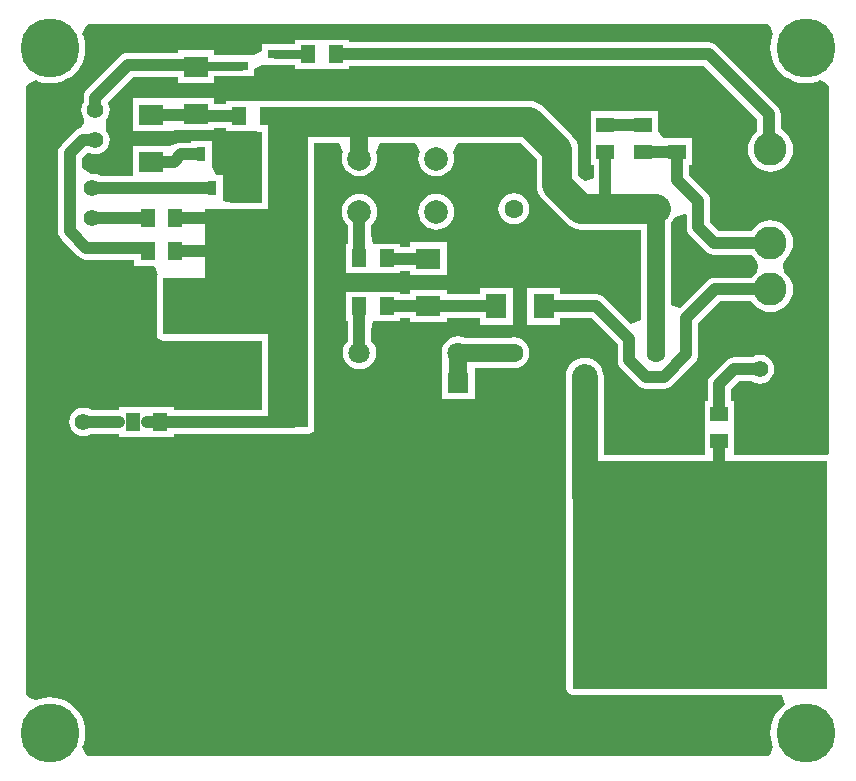
<source format=gbl>
G04 Layer_Physical_Order=2*
G04 Layer_Color=16711680*
%FSLAX25Y25*%
%MOIN*%
G70*
G01*
G75*
%ADD10R,0.08268X0.06890*%
%ADD11R,0.05118X0.05905*%
%ADD12R,0.06890X0.08268*%
%ADD13R,0.04724X0.03150*%
%ADD14R,0.03150X0.04724*%
%ADD15R,0.05905X0.05118*%
%ADD16C,0.03937*%
%ADD17C,0.03150*%
%ADD18C,0.09842*%
%ADD19C,0.05905*%
%ADD20C,0.08661*%
%ADD21R,0.13500X1.07000*%
%ADD22R,0.22000X0.26500*%
%ADD23R,0.42500X0.19000*%
%ADD24R,0.85000X0.76000*%
%ADD25C,0.05512*%
%ADD26C,0.11024*%
%ADD27C,0.06299*%
%ADD28R,0.07087X0.07087*%
%ADD29C,0.07087*%
%ADD30C,0.09842*%
%ADD31C,0.07874*%
G04:AMPARAMS|DCode=32|XSize=157.48mil|YSize=78.74mil|CornerRadius=19.68mil|HoleSize=0mil|Usage=FLASHONLY|Rotation=90.000|XOffset=0mil|YOffset=0mil|HoleType=Round|Shape=RoundedRectangle|*
%AMROUNDEDRECTD32*
21,1,0.15748,0.03937,0,0,90.0*
21,1,0.11811,0.07874,0,0,90.0*
1,1,0.03937,0.01968,0.05905*
1,1,0.03937,0.01968,-0.05905*
1,1,0.03937,-0.01968,-0.05905*
1,1,0.03937,-0.01968,0.05905*
%
%ADD32ROUNDEDRECTD32*%
G04:AMPARAMS|DCode=33|XSize=157.48mil|YSize=78.74mil|CornerRadius=19.68mil|HoleSize=0mil|Usage=FLASHONLY|Rotation=180.000|XOffset=0mil|YOffset=0mil|HoleType=Round|Shape=RoundedRectangle|*
%AMROUNDEDRECTD33*
21,1,0.15748,0.03937,0,0,180.0*
21,1,0.11811,0.07874,0,0,180.0*
1,1,0.03937,-0.05905,0.01968*
1,1,0.03937,0.05905,0.01968*
1,1,0.03937,0.05905,-0.01968*
1,1,0.03937,-0.05905,-0.01968*
%
%ADD33ROUNDEDRECTD33*%
%ADD34C,0.19685*%
G36*
X252135Y246791D02*
X252952Y244882D01*
X252512Y243819D01*
X252078Y242011D01*
X251932Y240158D01*
X252078Y238304D01*
X252512Y236496D01*
X253223Y234779D01*
X254195Y233194D01*
X255402Y231780D01*
X256816Y230573D01*
X258401Y229601D01*
X260118Y228890D01*
X261926Y228456D01*
X263779Y228310D01*
X265633Y228456D01*
X267441Y228890D01*
X268504Y229330D01*
X270413Y228513D01*
X271654Y227436D01*
Y105043D01*
X271000Y104507D01*
X239921D01*
Y110350D01*
X239921Y113500D01*
X239921Y116650D01*
Y122555D01*
X238971D01*
Y126355D01*
X241645Y129029D01*
X245914D01*
X246117Y128873D01*
X247267Y128397D01*
X248500Y128235D01*
X249733Y128397D01*
X250883Y128873D01*
X251870Y129630D01*
X252627Y130617D01*
X253103Y131767D01*
X253265Y133000D01*
X253103Y134233D01*
X252627Y135383D01*
X251870Y136370D01*
X250883Y137127D01*
X249733Y137603D01*
X248500Y137765D01*
X247267Y137603D01*
X246117Y137127D01*
X245914Y136971D01*
X240000D01*
X238972Y136836D01*
X238015Y136439D01*
X237192Y135808D01*
X232192Y130808D01*
X231561Y129985D01*
X231164Y129028D01*
X231029Y128000D01*
Y122555D01*
X230079D01*
Y116650D01*
X230079Y113500D01*
X230079Y110350D01*
Y104507D01*
X196452D01*
Y130500D01*
X196330Y131735D01*
X195970Y132922D01*
X195385Y134017D01*
X194598Y134976D01*
X193639Y135763D01*
X192544Y136348D01*
X191357Y136708D01*
X190122Y136830D01*
X188887Y136708D01*
X187700Y136348D01*
X186606Y135763D01*
X185646Y134976D01*
X184859Y134017D01*
X184274Y132922D01*
X183914Y131735D01*
X183792Y130500D01*
Y90622D01*
X183914Y89387D01*
X183993Y89127D01*
Y26500D01*
X184146Y25732D01*
X184581Y25081D01*
X185232Y24646D01*
X186000Y24493D01*
X255842D01*
X256766Y21554D01*
X256754Y21343D01*
X255402Y20188D01*
X254195Y18775D01*
X253223Y17190D01*
X252512Y15472D01*
X252078Y13664D01*
X251932Y11811D01*
X252078Y9958D01*
X252512Y8150D01*
X252952Y7087D01*
X252135Y5178D01*
X251059Y3937D01*
X24532D01*
X23456Y5178D01*
X22638Y7087D01*
X23079Y8150D01*
X23513Y9958D01*
X23659Y11811D01*
X23513Y13664D01*
X23079Y15472D01*
X22367Y17190D01*
X21396Y18775D01*
X20188Y20188D01*
X18775Y21396D01*
X17190Y22367D01*
X15472Y23079D01*
X13664Y23513D01*
X11811Y23659D01*
X9958Y23513D01*
X8150Y23079D01*
X7087Y22638D01*
X5178Y23456D01*
X3937Y24532D01*
Y227436D01*
X5178Y228513D01*
X7087Y229330D01*
X8150Y228890D01*
X9958Y228456D01*
X11811Y228310D01*
X13664Y228456D01*
X15472Y228890D01*
X17190Y229601D01*
X18775Y230573D01*
X20188Y231780D01*
X21396Y233194D01*
X22367Y234779D01*
X23079Y236496D01*
X23513Y238304D01*
X23659Y240158D01*
X23513Y242011D01*
X23079Y243819D01*
X22638Y244882D01*
X23456Y246791D01*
X24532Y248031D01*
X251059D01*
X252135Y246791D01*
D02*
G37*
%LPC*%
G36*
X115000Y191434D02*
X113842Y191320D01*
X112729Y190982D01*
X111703Y190434D01*
X110804Y189696D01*
X110066Y188797D01*
X109518Y187771D01*
X109180Y186658D01*
X109066Y185500D01*
X109180Y184342D01*
X109518Y183229D01*
X110066Y182203D01*
X110804Y181304D01*
X111029Y181119D01*
Y174921D01*
X110445D01*
Y165079D01*
X116350D01*
X119500Y165079D01*
X122650Y165079D01*
X128555D01*
Y165903D01*
X131898D01*
Y164461D01*
X144102D01*
Y175287D01*
X131898D01*
Y173845D01*
X128555D01*
Y174921D01*
X122650D01*
X119500Y174921D01*
X118971Y177852D01*
Y181119D01*
X119196Y181304D01*
X119934Y182203D01*
X120482Y183229D01*
X120820Y184342D01*
X120934Y185500D01*
X120820Y186658D01*
X120482Y187771D01*
X119934Y188797D01*
X119196Y189696D01*
X118297Y190434D01*
X117271Y190982D01*
X116158Y191320D01*
X115000Y191434D01*
D02*
G37*
G36*
X166039Y160102D02*
X155213D01*
Y157971D01*
X144102D01*
Y159539D01*
X131898D01*
Y157971D01*
X128555D01*
Y158921D01*
X122650D01*
X119500Y158921D01*
X116350Y158921D01*
X110445D01*
Y149079D01*
X111029D01*
Y142379D01*
X110185Y141280D01*
X109630Y139939D01*
X109441Y138500D01*
X109630Y137061D01*
X110185Y135720D01*
X111069Y134569D01*
X112220Y133685D01*
X113561Y133130D01*
X115000Y132941D01*
X116439Y133130D01*
X117780Y133685D01*
X118931Y134569D01*
X119815Y135720D01*
X120370Y137061D01*
X120559Y138500D01*
X120370Y139939D01*
X119815Y141280D01*
X118971Y142379D01*
Y146148D01*
X119500Y149079D01*
X122650Y149079D01*
X128555D01*
Y150029D01*
X131898D01*
Y148713D01*
X144102D01*
Y150029D01*
X155213D01*
Y147898D01*
X166039D01*
Y160102D01*
D02*
G37*
G36*
X148000Y144059D02*
X146561Y143870D01*
X145220Y143315D01*
X144069Y142431D01*
X143185Y141280D01*
X142630Y139939D01*
X142441Y138500D01*
X142617Y137161D01*
X142626Y136972D01*
X142488Y134012D01*
X142488D01*
Y122988D01*
X153512D01*
Y133505D01*
X165109D01*
X165164Y133482D01*
X166500Y133306D01*
X167836Y133482D01*
X169081Y133998D01*
X170150Y134818D01*
X170971Y135887D01*
X171486Y137132D01*
X171662Y138469D01*
X171486Y139805D01*
X170971Y141050D01*
X170150Y142119D01*
X169081Y142939D01*
X167836Y143455D01*
X166500Y143631D01*
X165164Y143455D01*
X165109Y143432D01*
X150496D01*
X149439Y143870D01*
X148000Y144059D01*
D02*
G37*
G36*
X102500Y242921D02*
X99350Y242921D01*
X93445D01*
Y241511D01*
X86890D01*
X86658Y241480D01*
X82559D01*
Y239166D01*
X80000Y237740D01*
X79409Y237740D01*
X75902D01*
X75669Y237771D01*
X66602D01*
Y239287D01*
X54398D01*
Y238471D01*
X38000D01*
X36972Y238336D01*
X36015Y237939D01*
X35192Y237308D01*
X24192Y226308D01*
X23561Y225485D01*
X23164Y224528D01*
X23029Y223500D01*
Y222086D01*
X22873Y221883D01*
X22397Y220733D01*
X22235Y219500D01*
X22397Y218267D01*
X22873Y217117D01*
X23255Y216621D01*
X23158Y215422D01*
X23057Y215102D01*
X22081Y213350D01*
X21972Y213336D01*
X21014Y212939D01*
X20192Y212308D01*
X15692Y207808D01*
X15061Y206985D01*
X14664Y206028D01*
X14529Y205000D01*
Y179000D01*
X14664Y177972D01*
X15061Y177015D01*
X15692Y176192D01*
X21192Y170692D01*
X22015Y170061D01*
X22972Y169664D01*
X24000Y169529D01*
X39945D01*
Y167579D01*
X46392D01*
X47198Y166309D01*
X47753Y164429D01*
X47646Y164268D01*
X47493Y163500D01*
Y144500D01*
X47646Y143732D01*
X48081Y143081D01*
X48732Y142646D01*
X49500Y142493D01*
X82493D01*
Y119471D01*
X53055D01*
Y120421D01*
X47150D01*
X44000Y120421D01*
Y120421D01*
X44000D01*
Y120421D01*
X34945D01*
Y119471D01*
X25586D01*
X25383Y119627D01*
X24233Y120103D01*
X23000Y120265D01*
X21767Y120103D01*
X20617Y119627D01*
X19631Y118869D01*
X18873Y117883D01*
X18397Y116733D01*
X18235Y115500D01*
X18397Y114267D01*
X18873Y113117D01*
X19631Y112130D01*
X20617Y111373D01*
X21767Y110897D01*
X23000Y110735D01*
X24233Y110897D01*
X25383Y111373D01*
X25586Y111529D01*
X34945D01*
Y110579D01*
X40850D01*
X44000Y110579D01*
Y110579D01*
X44000D01*
Y110579D01*
X53055D01*
Y111529D01*
X84319D01*
X84500Y111493D01*
X98000D01*
X98768Y111646D01*
X99416Y112079D01*
X100000D01*
Y113464D01*
X100007Y113500D01*
Y208577D01*
X108032D01*
X109518Y205487D01*
X109180Y204374D01*
X109066Y203217D01*
X109180Y202059D01*
X109518Y200946D01*
X110066Y199920D01*
X110804Y199021D01*
X111703Y198283D01*
X112729Y197734D01*
X113842Y197397D01*
X115000Y197283D01*
X116158Y197397D01*
X117271Y197734D01*
X118297Y198283D01*
X119196Y199021D01*
X119934Y199920D01*
X120482Y200946D01*
X120820Y202059D01*
X120934Y203217D01*
X120820Y204374D01*
X120482Y205487D01*
X121968Y208577D01*
X133276D01*
X133815Y208110D01*
X135108Y205487D01*
X134771Y204374D01*
X134657Y203217D01*
X134771Y202059D01*
X135108Y200946D01*
X135656Y199920D01*
X136395Y199021D01*
X137294Y198283D01*
X138320Y197734D01*
X139433Y197397D01*
X140591Y197283D01*
X141748Y197397D01*
X142861Y197734D01*
X143887Y198283D01*
X144787Y199021D01*
X145525Y199920D01*
X146073Y200946D01*
X146411Y202059D01*
X146525Y203217D01*
X146411Y204374D01*
X146073Y205487D01*
X147366Y208110D01*
X147906Y208577D01*
X168632D01*
X174077Y203132D01*
Y194500D01*
X174210Y193149D01*
X174604Y191851D01*
X175244Y190654D01*
X176105Y189605D01*
X184105Y181605D01*
X185154Y180744D01*
X186351Y180104D01*
X187649Y179710D01*
X189000Y179577D01*
X208780D01*
Y149290D01*
X205631Y147985D01*
X196808Y156808D01*
X195985Y157439D01*
X195028Y157836D01*
X194000Y157971D01*
X181787D01*
Y160102D01*
X170961D01*
Y147898D01*
X181787D01*
Y150029D01*
X192355D01*
X201029Y141355D01*
Y136000D01*
X201164Y134972D01*
X201561Y134014D01*
X202192Y133192D01*
X207692Y127692D01*
X208514Y127061D01*
X209472Y126664D01*
X210500Y126529D01*
X216500D01*
X217528Y126664D01*
X218485Y127061D01*
X219308Y127692D01*
X226808Y135192D01*
X227439Y136014D01*
X227836Y136972D01*
X227971Y138000D01*
Y148355D01*
X235259Y155643D01*
X245641D01*
X245750Y155438D01*
X246685Y154299D01*
X247824Y153364D01*
X249124Y152670D01*
X250534Y152242D01*
X252000Y152098D01*
X253466Y152242D01*
X254876Y152670D01*
X256176Y153364D01*
X257315Y154299D01*
X258250Y155438D01*
X258944Y156738D01*
X259372Y158148D01*
X259517Y159614D01*
X259372Y161081D01*
X258944Y162491D01*
X258250Y163790D01*
X257315Y164929D01*
X256530Y165573D01*
X256303Y167409D01*
X256530Y169246D01*
X257315Y169890D01*
X258250Y171029D01*
X258944Y172328D01*
X259372Y173738D01*
X259517Y175205D01*
X259372Y176671D01*
X258944Y178081D01*
X258250Y179381D01*
X257315Y180520D01*
X256176Y181455D01*
X254876Y182149D01*
X253466Y182577D01*
X252000Y182721D01*
X250534Y182577D01*
X249124Y182149D01*
X247824Y181455D01*
X246685Y180520D01*
X245750Y179381D01*
X245641Y179176D01*
X234940D01*
X231971Y182145D01*
Y189000D01*
X231836Y190028D01*
X231439Y190986D01*
X230808Y191808D01*
X224971Y197645D01*
Y200945D01*
X225921D01*
Y210000D01*
X217571D01*
X216079Y210000D01*
X214421Y212463D01*
X214421Y213150D01*
Y219055D01*
X204579D01*
Y219055D01*
X201921D01*
Y219055D01*
X192079D01*
Y213150D01*
X192079Y210000D01*
X192079Y206850D01*
Y200945D01*
X193029D01*
Y196750D01*
X190340Y195604D01*
X187923Y197570D01*
Y206000D01*
X187790Y207351D01*
X187396Y208649D01*
X186756Y209846D01*
X185895Y210895D01*
X176395Y220395D01*
X175346Y221256D01*
X174149Y221896D01*
X172851Y222290D01*
X171500Y222423D01*
X98422D01*
X98000Y222507D01*
X84500D01*
X84069Y222421D01*
X79500Y222421D01*
X76350Y222421D01*
X70445D01*
Y221471D01*
X66602D01*
Y223539D01*
X54648D01*
X54398Y223539D01*
Y223539D01*
X51602Y223287D01*
Y223287D01*
X39398D01*
Y212461D01*
X51352D01*
X51602Y212461D01*
Y212461D01*
X54398Y212713D01*
Y212713D01*
X66602D01*
Y213529D01*
X70445D01*
Y212579D01*
X76350D01*
X79500Y212579D01*
X82493Y212200D01*
Y188507D01*
X72464D01*
X69543Y189059D01*
X69543Y191657D01*
Y197721D01*
X67229D01*
X65803Y200279D01*
Y208941D01*
X58716D01*
Y208581D01*
X55610D01*
X54583Y208446D01*
X54407Y208373D01*
X51602Y207539D01*
Y207539D01*
X39398D01*
Y197471D01*
X28586D01*
X28383Y197627D01*
X27233Y198103D01*
X26000Y198265D01*
X25621Y198215D01*
X23391Y199576D01*
X22471Y200561D01*
Y203201D01*
X24617Y205373D01*
X25767Y204897D01*
X27000Y204735D01*
X28233Y204897D01*
X29383Y205373D01*
X30369Y206131D01*
X31127Y207117D01*
X31603Y208267D01*
X31765Y209500D01*
X31603Y210733D01*
X31127Y211883D01*
X30641Y212516D01*
X30369Y213132D01*
Y215868D01*
X30641Y216484D01*
X31127Y217117D01*
X31603Y218267D01*
X31765Y219500D01*
X31603Y220733D01*
X31127Y221883D01*
X31071Y221955D01*
X39645Y230529D01*
X54398D01*
Y228461D01*
X66602D01*
Y230623D01*
X75669D01*
X75902Y230654D01*
X80000D01*
Y232968D01*
X82559Y234394D01*
X83150Y234394D01*
X86658D01*
X86890Y234363D01*
X93445D01*
Y233079D01*
X99350D01*
X102500Y233079D01*
X105650Y233079D01*
X111555D01*
Y234029D01*
X229855D01*
X247529Y216355D01*
Y212393D01*
X246685Y211701D01*
X245750Y210562D01*
X245056Y209262D01*
X244628Y207852D01*
X244483Y206386D01*
X244628Y204919D01*
X245056Y203509D01*
X245750Y202210D01*
X246685Y201071D01*
X247824Y200136D01*
X249124Y199442D01*
X250534Y199014D01*
X252000Y198869D01*
X253466Y199014D01*
X254876Y199442D01*
X256176Y200136D01*
X257315Y201071D01*
X258250Y202210D01*
X258944Y203509D01*
X259372Y204919D01*
X259517Y206386D01*
X259372Y207852D01*
X258944Y209262D01*
X258250Y210562D01*
X257315Y211701D01*
X256176Y212636D01*
X255471Y213012D01*
Y218000D01*
X255336Y219028D01*
X254939Y219986D01*
X254308Y220808D01*
X234308Y240808D01*
X233486Y241439D01*
X232528Y241836D01*
X231500Y241971D01*
X111555D01*
Y242921D01*
X105650D01*
X102500Y242921D01*
D02*
G37*
G36*
X166500Y191662D02*
X165164Y191486D01*
X163919Y190971D01*
X162850Y190150D01*
X162029Y189081D01*
X161514Y187836D01*
X161338Y186500D01*
X161514Y185164D01*
X162029Y183919D01*
X162850Y182850D01*
X163919Y182029D01*
X165164Y181514D01*
X166500Y181338D01*
X167836Y181514D01*
X169081Y182029D01*
X170150Y182850D01*
X170971Y183919D01*
X171486Y185164D01*
X171662Y186500D01*
X171486Y187836D01*
X170971Y189081D01*
X170150Y190150D01*
X169081Y190971D01*
X167836Y191486D01*
X166500Y191662D01*
D02*
G37*
G36*
X140591Y191434D02*
X139433Y191320D01*
X138320Y190982D01*
X137294Y190434D01*
X136395Y189696D01*
X135656Y188797D01*
X135108Y187771D01*
X134771Y186658D01*
X134657Y185500D01*
X134771Y184342D01*
X135108Y183229D01*
X135656Y182203D01*
X136395Y181304D01*
X137294Y180566D01*
X138320Y180018D01*
X139433Y179680D01*
X140591Y179566D01*
X141748Y179680D01*
X142861Y180018D01*
X143887Y180566D01*
X144787Y181304D01*
X145525Y182203D01*
X146073Y183229D01*
X146411Y184342D01*
X146525Y185500D01*
X146411Y186658D01*
X146073Y187771D01*
X145525Y188797D01*
X144787Y189696D01*
X143887Y190434D01*
X142861Y190982D01*
X141748Y191320D01*
X140591Y191434D01*
D02*
G37*
%LPD*%
G36*
X223619Y184749D02*
X224029Y184414D01*
Y180500D01*
X224164Y179472D01*
X224561Y178515D01*
X225192Y177692D01*
X230487Y172397D01*
X231310Y171766D01*
X232267Y171369D01*
X233295Y171234D01*
X245641D01*
X245750Y171029D01*
X246685Y169890D01*
X247470Y169246D01*
X247697Y167409D01*
X247470Y165573D01*
X246685Y164929D01*
X245750Y163790D01*
X245641Y163585D01*
X233614D01*
X232586Y163450D01*
X231629Y163053D01*
X230806Y162422D01*
X221857Y153473D01*
X219378Y154214D01*
X218708Y154734D01*
Y181688D01*
X219500Y182654D01*
X220018Y183623D01*
X220290Y183896D01*
X223276Y184793D01*
X223619Y184749D01*
D02*
G37*
D10*
X60500Y218126D02*
D03*
Y233874D02*
D03*
X45500Y217874D02*
D03*
Y202126D02*
D03*
X138000Y154126D02*
D03*
Y169874D02*
D03*
D11*
X104528Y117000D02*
D03*
X95472D02*
D03*
X39472Y115500D02*
D03*
X48528D02*
D03*
X124028Y170000D02*
D03*
X114972D02*
D03*
Y154000D02*
D03*
X124028D02*
D03*
X44472Y172500D02*
D03*
X53528D02*
D03*
X44472Y183500D02*
D03*
X53528D02*
D03*
X74972Y217500D02*
D03*
X84028D02*
D03*
X107028Y238000D02*
D03*
X97972D02*
D03*
D12*
X160626Y154000D02*
D03*
X176374D02*
D03*
D13*
X86890Y237937D02*
D03*
Y230457D02*
D03*
X75669Y234197D02*
D03*
D14*
X62260Y204610D02*
D03*
X69740D02*
D03*
X66000Y193390D02*
D03*
D15*
X235000Y118028D02*
D03*
Y108972D02*
D03*
X197000Y214528D02*
D03*
Y205472D02*
D03*
X209500D02*
D03*
Y214528D02*
D03*
X221000D02*
D03*
Y205472D02*
D03*
D16*
X18500Y205000D02*
X23000Y209500D01*
X18500Y179000D02*
Y205000D01*
Y179000D02*
X24000Y173500D01*
X44472D01*
X23000Y209500D02*
X27000D01*
X38000Y234500D02*
X60500D01*
X27000Y223500D02*
X38000Y234500D01*
X27000Y219500D02*
Y223500D01*
X60500Y234500D02*
X60803Y234197D01*
X55610Y204610D02*
X61500D01*
X53126Y202126D02*
X55610Y204610D01*
X45500Y202126D02*
X53126D01*
X60248Y217874D02*
X60622Y217500D01*
X74972D01*
X26000Y193500D02*
X65000D01*
X45500Y217874D02*
X60248D01*
X26000Y183500D02*
X44472D01*
X231500Y238000D02*
X251500Y218000D01*
X107028Y238000D02*
X231500D01*
X216500Y130500D02*
X224000Y138000D01*
X210500Y130500D02*
X216500D01*
X205000Y136000D02*
X210500Y130500D01*
X224000Y138000D02*
Y150000D01*
X205000Y136000D02*
Y143000D01*
X194000Y154000D02*
X205000Y143000D01*
X251500Y205500D02*
Y218000D01*
X228000Y180500D02*
Y189000D01*
X221000Y196000D02*
X228000Y189000D01*
X221000Y196000D02*
Y205472D01*
X228000Y180500D02*
X233295Y175205D01*
X209500Y205472D02*
X221000D01*
X233295Y175205D02*
X252000D01*
X233614Y159614D02*
X252000D01*
X224000Y150000D02*
X233614Y159614D01*
X197000Y187000D02*
X197500Y186500D01*
X197000Y187000D02*
Y205472D01*
Y214528D02*
X209500D01*
X176374Y154000D02*
X194000D01*
X124028Y170000D02*
X124153Y169874D01*
X138000D01*
X124028Y154000D02*
X160626D01*
X114972D02*
X115000Y153972D01*
Y138500D02*
Y153972D01*
X114972Y170000D02*
X115000Y170028D01*
Y185500D01*
X148000Y138500D02*
X148031Y138469D01*
X114972Y185472D02*
X115000Y185500D01*
X54028Y172500D02*
X68500D01*
X54028Y183500D02*
X68000D01*
X44028Y115500D02*
X93000D01*
X23000D02*
X34972D01*
X235000Y96000D02*
X235500Y95500D01*
X235000Y96000D02*
Y108972D01*
Y118028D02*
Y128000D01*
X240000Y133000D01*
X189000Y89500D02*
X190122Y90622D01*
X240000Y133000D02*
X248500D01*
D17*
X60803Y234197D02*
X75669D01*
X86890Y237937D02*
X98035D01*
D18*
X197500Y186500D02*
X213744D01*
X189000D02*
X197500D01*
X171500Y215500D02*
X181000Y206000D01*
Y194500D02*
Y206000D01*
Y194500D02*
X189000Y186500D01*
X91500Y215500D02*
X171500D01*
D19*
X213744Y138469D02*
Y186500D01*
X114500Y215500D02*
X115000Y215000D01*
Y203217D02*
Y215000D01*
X148000Y128500D02*
Y138500D01*
X148031Y138469D02*
X166500D01*
D20*
X190122Y90622D02*
Y130500D01*
D21*
X91250Y167000D02*
D03*
D22*
X74500Y173250D02*
D03*
D23*
X70750Y154000D02*
D03*
D24*
X228500Y64500D02*
D03*
D25*
X23000Y115500D02*
D03*
Y105500D02*
D03*
X27000Y209500D02*
D03*
Y219500D02*
D03*
X26000Y183500D02*
D03*
Y193500D02*
D03*
X248500Y133000D02*
D03*
X258500D02*
D03*
D26*
X252000Y175205D02*
D03*
Y190795D02*
D03*
Y206386D02*
D03*
Y159614D02*
D03*
D27*
X257500Y60500D02*
D03*
X24500Y63000D02*
D03*
X166500Y138469D02*
D03*
X213744D02*
D03*
X166500Y186500D02*
D03*
X213744D02*
D03*
D28*
X148000Y128500D02*
D03*
D29*
Y138500D02*
D03*
X115000Y128500D02*
D03*
Y138500D02*
D03*
D30*
X33701Y32500D02*
D03*
X246299D02*
D03*
X33201Y91000D02*
D03*
X245799D02*
D03*
D31*
X190122Y130595D02*
D03*
X140591Y185500D02*
D03*
X115000D02*
D03*
X140591Y203217D02*
D03*
X115000D02*
D03*
D32*
X56835Y153500D02*
D03*
X34000D02*
D03*
D33*
X47291Y134500D02*
D03*
D34*
X263779Y11811D02*
D03*
X11811D02*
D03*
X263779Y240158D02*
D03*
X11811D02*
D03*
M02*

</source>
